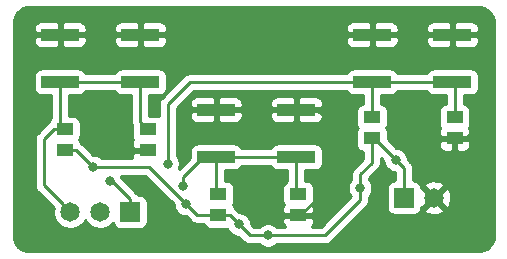
<source format=gbr>
G04 #@! TF.GenerationSoftware,KiCad,Pcbnew,(5.1.4)-1*
G04 #@! TF.CreationDate,2019-11-04T21:22:19-05:00*
G04 #@! TF.ProjectId,ButtonBoard,42757474-6f6e-4426-9f61-72642e6b6963,rev?*
G04 #@! TF.SameCoordinates,Original*
G04 #@! TF.FileFunction,Copper,L2,Bot*
G04 #@! TF.FilePolarity,Positive*
%FSLAX46Y46*%
G04 Gerber Fmt 4.6, Leading zero omitted, Abs format (unit mm)*
G04 Created by KiCad (PCBNEW (5.1.4)-1) date 2019-11-04 21:22:20*
%MOMM*%
%LPD*%
G04 APERTURE LIST*
%ADD10R,1.400000X1.016000*%
%ADD11R,1.397000X1.016000*%
%ADD12R,3.200000X1.000000*%
%ADD13R,1.651000X1.651000*%
%ADD14C,1.651000*%
%ADD15C,0.800000*%
%ADD16C,0.250000*%
%ADD17C,0.254000*%
G04 APERTURE END LIST*
D10*
X4000000Y-7779000D03*
X4000000Y-6000000D03*
X16750000Y-13279000D03*
X16750000Y-11500000D03*
X30000000Y-5000000D03*
X30000000Y-6779000D03*
D11*
X-3000000Y-6000000D03*
X-3000000Y-7778000D03*
X10000000Y-13278000D03*
X10000000Y-11500000D03*
X23000000Y-5000000D03*
X23000000Y-6778000D03*
D12*
X3400000Y2000000D03*
X3400000Y-2000000D03*
X-3400000Y-2000000D03*
X-3400000Y2000000D03*
X9808000Y-4350000D03*
X9808000Y-8350000D03*
X16608000Y-8350000D03*
X16608000Y-4350000D03*
X29816000Y2000000D03*
X29816000Y-2000000D03*
X23016000Y-2000000D03*
X23016000Y2000000D03*
D13*
X25730000Y-11800000D03*
D14*
X28270000Y-11800000D03*
X-2540000Y-13000000D03*
X0Y-13000000D03*
D13*
X2540000Y-13000000D03*
D15*
X2000000Y-7400000D03*
X13200000Y-6400000D03*
X16400000Y2200000D03*
X8650000Y-550000D03*
X26450000Y2250000D03*
X32950000Y-3850000D03*
X50000Y2250000D03*
X7000000Y-10800038D03*
X800000Y-10400000D03*
X5708104Y-8906904D03*
X-600000Y-9200000D03*
X7263499Y-12336501D03*
X25006250Y-8593750D03*
X22000000Y-11000000D03*
X14200000Y-15000000D03*
X11735250Y-14064750D03*
D16*
X-3400000Y2000000D02*
X3400000Y2000000D01*
X11658000Y-4350000D02*
X16608000Y-4350000D01*
X9808000Y-4350000D02*
X11658000Y-4350000D01*
X24116000Y2000000D02*
X29816000Y2000000D01*
X23016000Y2000000D02*
X24116000Y2000000D01*
X18350000Y-4350000D02*
X16608000Y-4350000D01*
X20000000Y-6000000D02*
X18350000Y-4350000D01*
X20000000Y-10221000D02*
X20000000Y-6000000D01*
X16750000Y-13279000D02*
X16942000Y-13279000D01*
X16942000Y-13279000D02*
X20000000Y-10221000D01*
X30000000Y-10070000D02*
X30000000Y-6779000D01*
X28270000Y-11800000D02*
X30000000Y-10070000D01*
X32000000Y2000000D02*
X29816000Y2000000D01*
X33000000Y1000000D02*
X32000000Y2000000D01*
X33000000Y-4729000D02*
X33000000Y1000000D01*
X30000000Y-6779000D02*
X30950000Y-6779000D01*
X30950000Y-6779000D02*
X33000000Y-4729000D01*
X3400000Y-5400000D02*
X4000000Y-6000000D01*
X3400000Y-2000000D02*
X3400000Y-5400000D01*
X-2300000Y-2000000D02*
X3400000Y-2000000D01*
X-3400000Y-2000000D02*
X-2300000Y-2000000D01*
X-3400000Y-5600000D02*
X-3000000Y-6000000D01*
X-3400000Y-2000000D02*
X-3400000Y-5600000D01*
X11658000Y-8350000D02*
X16608000Y-8350000D01*
X9808000Y-8350000D02*
X11658000Y-8350000D01*
X9808000Y-11308000D02*
X10000000Y-11500000D01*
X9808000Y-8350000D02*
X9808000Y-11308000D01*
X16608000Y-11358000D02*
X16750000Y-11500000D01*
X16608000Y-8350000D02*
X16608000Y-11358000D01*
X23016000Y-2000000D02*
X29816000Y-2000000D01*
X23000000Y-2016000D02*
X23016000Y-2000000D01*
X23000000Y-5000000D02*
X23000000Y-2016000D01*
X30000000Y-2184000D02*
X29816000Y-2000000D01*
X30000000Y-5000000D02*
X30000000Y-2184000D01*
X-3365499Y-12174501D02*
X-2540000Y-13000000D01*
X-4800000Y-10740000D02*
X-3365499Y-12174501D01*
X-4800000Y-6851500D02*
X-4800000Y-10740000D01*
X-3000000Y-6000000D02*
X-3948500Y-6000000D01*
X-3948500Y-6000000D02*
X-4800000Y-6851500D01*
X7000000Y-10058000D02*
X7000000Y-10234353D01*
X9808000Y-8350000D02*
X8708000Y-8350000D01*
X8708000Y-8350000D02*
X7000000Y-10058000D01*
X7000000Y-10234353D02*
X7000000Y-10800038D01*
X2540000Y-11924500D02*
X1015500Y-10400000D01*
X1015500Y-10400000D02*
X800000Y-10400000D01*
X2540000Y-13000000D02*
X2540000Y-11924500D01*
X7600000Y-2000000D02*
X5708104Y-3891896D01*
X5708104Y-8341219D02*
X5708104Y-8906904D01*
X5708104Y-3891896D02*
X5708104Y-8341219D01*
X23016000Y-2000000D02*
X7600000Y-2000000D01*
X23000000Y-8822002D02*
X22000000Y-9822002D01*
X23000000Y-6778000D02*
X23000000Y-8822002D01*
X22000000Y-9822002D02*
X22000000Y-11000000D01*
X22000000Y-12000000D02*
X19000000Y-15000000D01*
X10948500Y-13278000D02*
X10000000Y-13278000D01*
X12670500Y-15000000D02*
X11735250Y-14064750D01*
X19000000Y-15000000D02*
X14200000Y-15000000D01*
X23190500Y-6778000D02*
X23000000Y-6778000D01*
X25730000Y-11800000D02*
X25730000Y-9317500D01*
X25730000Y-9317500D02*
X25006250Y-8593750D01*
X-629500Y-9200000D02*
X-600000Y-9200000D01*
X8204998Y-13278000D02*
X9051500Y-13278000D01*
X-3000000Y-7778000D02*
X-2051500Y-7778000D01*
X-2051500Y-7778000D02*
X-629500Y-9200000D01*
X9051500Y-13278000D02*
X10000000Y-13278000D01*
X-600000Y-9200000D02*
X4126998Y-9200000D01*
X4126998Y-9200000D02*
X7263499Y-12336501D01*
X7263499Y-12336501D02*
X8204998Y-13278000D01*
X25006250Y-8593750D02*
X23190500Y-6778000D01*
X22000000Y-11000000D02*
X22000000Y-12000000D01*
X14200000Y-15000000D02*
X12670500Y-15000000D01*
X11735250Y-14064750D02*
X10948500Y-13278000D01*
D17*
G36*
X32259659Y4311375D02*
G01*
X32509429Y4235965D01*
X32739792Y4113478D01*
X32941980Y3948578D01*
X33108286Y3747550D01*
X33232378Y3518046D01*
X33309531Y3268805D01*
X33340000Y2978911D01*
X33340001Y-14967711D01*
X33311375Y-15259660D01*
X33235965Y-15509429D01*
X33113477Y-15739794D01*
X32948579Y-15941979D01*
X32747546Y-16108288D01*
X32518046Y-16232378D01*
X32268805Y-16309531D01*
X31978911Y-16340000D01*
X-5967721Y-16340000D01*
X-6259660Y-16311375D01*
X-6509429Y-16235965D01*
X-6739794Y-16113477D01*
X-6941979Y-15948579D01*
X-7108288Y-15747546D01*
X-7232378Y-15518046D01*
X-7309531Y-15268805D01*
X-7340000Y-14978911D01*
X-7340000Y-1500000D01*
X-5638072Y-1500000D01*
X-5638072Y-2500000D01*
X-5625812Y-2624482D01*
X-5589502Y-2744180D01*
X-5530537Y-2854494D01*
X-5451185Y-2951185D01*
X-5354494Y-3030537D01*
X-5244180Y-3089502D01*
X-5124482Y-3125812D01*
X-5000000Y-3138072D01*
X-4160000Y-3138072D01*
X-4159999Y-5053383D01*
X-4229037Y-5137506D01*
X-4288002Y-5247820D01*
X-4314031Y-5333626D01*
X-4372776Y-5365026D01*
X-4488501Y-5459999D01*
X-4512299Y-5488997D01*
X-5310998Y-6287697D01*
X-5340001Y-6311499D01*
X-5382822Y-6363677D01*
X-5434974Y-6427224D01*
X-5466259Y-6485754D01*
X-5505546Y-6559254D01*
X-5549003Y-6702515D01*
X-5560000Y-6814168D01*
X-5560000Y-6814178D01*
X-5563676Y-6851500D01*
X-5560000Y-6888823D01*
X-5559999Y-10702668D01*
X-5563676Y-10740000D01*
X-5559999Y-10777333D01*
X-5549002Y-10888986D01*
X-5535820Y-10932442D01*
X-5505546Y-11032246D01*
X-5434974Y-11164276D01*
X-5375845Y-11236324D01*
X-5340000Y-11280001D01*
X-5311002Y-11303799D01*
X-3960374Y-12654428D01*
X-4000500Y-12856153D01*
X-4000500Y-13143847D01*
X-3944374Y-13426012D01*
X-3834279Y-13691806D01*
X-3674445Y-13931015D01*
X-3471015Y-14134445D01*
X-3231806Y-14294279D01*
X-2966012Y-14404374D01*
X-2683847Y-14460500D01*
X-2396153Y-14460500D01*
X-2113988Y-14404374D01*
X-1848194Y-14294279D01*
X-1608985Y-14134445D01*
X-1405555Y-13931015D01*
X-1270000Y-13728142D01*
X-1134445Y-13931015D01*
X-931015Y-14134445D01*
X-691806Y-14294279D01*
X-426012Y-14404374D01*
X-143847Y-14460500D01*
X143847Y-14460500D01*
X426012Y-14404374D01*
X691806Y-14294279D01*
X931015Y-14134445D01*
X1094923Y-13970537D01*
X1124998Y-14069680D01*
X1183963Y-14179994D01*
X1263315Y-14276685D01*
X1360006Y-14356037D01*
X1470320Y-14415002D01*
X1590018Y-14451312D01*
X1714500Y-14463572D01*
X3365500Y-14463572D01*
X3489982Y-14451312D01*
X3609680Y-14415002D01*
X3719994Y-14356037D01*
X3816685Y-14276685D01*
X3896037Y-14179994D01*
X3955002Y-14069680D01*
X3991312Y-13949982D01*
X4003572Y-13825500D01*
X4003572Y-12174500D01*
X3991312Y-12050018D01*
X3955002Y-11930320D01*
X3896037Y-11820006D01*
X3816685Y-11723315D01*
X3719994Y-11643963D01*
X3609680Y-11584998D01*
X3489982Y-11548688D01*
X3365500Y-11536428D01*
X3194326Y-11536428D01*
X3174974Y-11500224D01*
X3141809Y-11459812D01*
X3080001Y-11384499D01*
X3051003Y-11360701D01*
X1796920Y-10106619D01*
X1795226Y-10098102D01*
X1738022Y-9960000D01*
X3812197Y-9960000D01*
X6228499Y-12376303D01*
X6228499Y-12438440D01*
X6268273Y-12638399D01*
X6346294Y-12826757D01*
X6459562Y-12996275D01*
X6603725Y-13140438D01*
X6773243Y-13253706D01*
X6961601Y-13331727D01*
X7161560Y-13371501D01*
X7223697Y-13371501D01*
X7641198Y-13789002D01*
X7664997Y-13818001D01*
X7780722Y-13912974D01*
X7912751Y-13983546D01*
X8056012Y-14027003D01*
X8167665Y-14038000D01*
X8167673Y-14038000D01*
X8204998Y-14041676D01*
X8242323Y-14038000D01*
X8716178Y-14038000D01*
X8770963Y-14140494D01*
X8850315Y-14237185D01*
X8947006Y-14316537D01*
X9057320Y-14375502D01*
X9177018Y-14411812D01*
X9301500Y-14424072D01*
X10698500Y-14424072D01*
X10761250Y-14417892D01*
X10818045Y-14555006D01*
X10931313Y-14724524D01*
X11075476Y-14868687D01*
X11244994Y-14981955D01*
X11433352Y-15059976D01*
X11633311Y-15099750D01*
X11695448Y-15099750D01*
X12106701Y-15511003D01*
X12130499Y-15540001D01*
X12246224Y-15634974D01*
X12378253Y-15705546D01*
X12521514Y-15749003D01*
X12633167Y-15760000D01*
X12633176Y-15760000D01*
X12670499Y-15763676D01*
X12707822Y-15760000D01*
X13496289Y-15760000D01*
X13540226Y-15803937D01*
X13709744Y-15917205D01*
X13898102Y-15995226D01*
X14098061Y-16035000D01*
X14301939Y-16035000D01*
X14501898Y-15995226D01*
X14690256Y-15917205D01*
X14859774Y-15803937D01*
X14903711Y-15760000D01*
X18962678Y-15760000D01*
X19000000Y-15763676D01*
X19037322Y-15760000D01*
X19037333Y-15760000D01*
X19148986Y-15749003D01*
X19292247Y-15705546D01*
X19424276Y-15634974D01*
X19540001Y-15540001D01*
X19563804Y-15510997D01*
X22511003Y-12563799D01*
X22540001Y-12540001D01*
X22634974Y-12424276D01*
X22705546Y-12292247D01*
X22749003Y-12148986D01*
X22760000Y-12037333D01*
X22760000Y-12037325D01*
X22763676Y-12000000D01*
X22760000Y-11962675D01*
X22760000Y-11703711D01*
X22803937Y-11659774D01*
X22917205Y-11490256D01*
X22995226Y-11301898D01*
X23035000Y-11101939D01*
X23035000Y-10898061D01*
X22995226Y-10698102D01*
X22917205Y-10509744D01*
X22803937Y-10340226D01*
X22760000Y-10296289D01*
X22760000Y-10136803D01*
X23511003Y-9385801D01*
X23540001Y-9362003D01*
X23634974Y-9246278D01*
X23705546Y-9114249D01*
X23749003Y-8970988D01*
X23760000Y-8859335D01*
X23763677Y-8822002D01*
X23760000Y-8784669D01*
X23760000Y-8422302D01*
X23971250Y-8633552D01*
X23971250Y-8695689D01*
X24011024Y-8895648D01*
X24089045Y-9084006D01*
X24202313Y-9253524D01*
X24346476Y-9397687D01*
X24515994Y-9510955D01*
X24704352Y-9588976D01*
X24904311Y-9628750D01*
X24966448Y-9628750D01*
X24970001Y-9632303D01*
X24970001Y-10336428D01*
X24904500Y-10336428D01*
X24780018Y-10348688D01*
X24660320Y-10384998D01*
X24550006Y-10443963D01*
X24453315Y-10523315D01*
X24373963Y-10620006D01*
X24314998Y-10730320D01*
X24278688Y-10850018D01*
X24266428Y-10974500D01*
X24266428Y-12625500D01*
X24278688Y-12749982D01*
X24314998Y-12869680D01*
X24373963Y-12979994D01*
X24453315Y-13076685D01*
X24550006Y-13156037D01*
X24660320Y-13215002D01*
X24780018Y-13251312D01*
X24904500Y-13263572D01*
X26555500Y-13263572D01*
X26679982Y-13251312D01*
X26799680Y-13215002D01*
X26909994Y-13156037D01*
X27006685Y-13076685D01*
X27086037Y-12979994D01*
X27145002Y-12869680D01*
X27162829Y-12810909D01*
X27438696Y-12810909D01*
X27513367Y-13057481D01*
X27773228Y-13180931D01*
X28052180Y-13251313D01*
X28339502Y-13265921D01*
X28624154Y-13224194D01*
X28895196Y-13127737D01*
X29026633Y-13057481D01*
X29101304Y-12810909D01*
X28270000Y-11979605D01*
X27438696Y-12810909D01*
X27162829Y-12810909D01*
X27181312Y-12749982D01*
X27193572Y-12625500D01*
X27193572Y-12611462D01*
X27259091Y-12631304D01*
X28090395Y-11800000D01*
X28449605Y-11800000D01*
X29280909Y-12631304D01*
X29527481Y-12556633D01*
X29650931Y-12296772D01*
X29721313Y-12017820D01*
X29735921Y-11730498D01*
X29694194Y-11445846D01*
X29597737Y-11174804D01*
X29527481Y-11043367D01*
X29280909Y-10968696D01*
X28449605Y-11800000D01*
X28090395Y-11800000D01*
X27259091Y-10968696D01*
X27193572Y-10988538D01*
X27193572Y-10974500D01*
X27181312Y-10850018D01*
X27162830Y-10789091D01*
X27438696Y-10789091D01*
X28270000Y-11620395D01*
X29101304Y-10789091D01*
X29026633Y-10542519D01*
X28766772Y-10419069D01*
X28487820Y-10348687D01*
X28200498Y-10334079D01*
X27915846Y-10375806D01*
X27644804Y-10472263D01*
X27513367Y-10542519D01*
X27438696Y-10789091D01*
X27162830Y-10789091D01*
X27145002Y-10730320D01*
X27086037Y-10620006D01*
X27006685Y-10523315D01*
X26909994Y-10443963D01*
X26799680Y-10384998D01*
X26679982Y-10348688D01*
X26555500Y-10336428D01*
X26490000Y-10336428D01*
X26490000Y-9354822D01*
X26493676Y-9317499D01*
X26490000Y-9280176D01*
X26490000Y-9280167D01*
X26479003Y-9168514D01*
X26435546Y-9025253D01*
X26431683Y-9018026D01*
X26364974Y-8893223D01*
X26293799Y-8806497D01*
X26270001Y-8777499D01*
X26241002Y-8753701D01*
X26041250Y-8553948D01*
X26041250Y-8491811D01*
X26001476Y-8291852D01*
X25923455Y-8103494D01*
X25810187Y-7933976D01*
X25666024Y-7789813D01*
X25496506Y-7676545D01*
X25308148Y-7598524D01*
X25108189Y-7558750D01*
X25046052Y-7558750D01*
X24774302Y-7287000D01*
X28661928Y-7287000D01*
X28674188Y-7411482D01*
X28710498Y-7531180D01*
X28769463Y-7641494D01*
X28848815Y-7738185D01*
X28945506Y-7817537D01*
X29055820Y-7876502D01*
X29175518Y-7912812D01*
X29300000Y-7925072D01*
X29714250Y-7922000D01*
X29873000Y-7763250D01*
X29873000Y-6906000D01*
X30127000Y-6906000D01*
X30127000Y-7763250D01*
X30285750Y-7922000D01*
X30700000Y-7925072D01*
X30824482Y-7912812D01*
X30944180Y-7876502D01*
X31054494Y-7817537D01*
X31151185Y-7738185D01*
X31230537Y-7641494D01*
X31289502Y-7531180D01*
X31325812Y-7411482D01*
X31338072Y-7287000D01*
X31335000Y-7064750D01*
X31176250Y-6906000D01*
X30127000Y-6906000D01*
X29873000Y-6906000D01*
X28823750Y-6906000D01*
X28665000Y-7064750D01*
X28661928Y-7287000D01*
X24774302Y-7287000D01*
X24336572Y-6849271D01*
X24336572Y-6270000D01*
X24324312Y-6145518D01*
X24288002Y-6025820D01*
X24229037Y-5915506D01*
X24207284Y-5889000D01*
X24229037Y-5862494D01*
X24288002Y-5752180D01*
X24324312Y-5632482D01*
X24336572Y-5508000D01*
X24336572Y-4492000D01*
X24324312Y-4367518D01*
X24288002Y-4247820D01*
X24229037Y-4137506D01*
X24149685Y-4040815D01*
X24052994Y-3961463D01*
X23942680Y-3902498D01*
X23822982Y-3866188D01*
X23760000Y-3859985D01*
X23760000Y-3138072D01*
X24616000Y-3138072D01*
X24740482Y-3125812D01*
X24860180Y-3089502D01*
X24970494Y-3030537D01*
X25067185Y-2951185D01*
X25146537Y-2854494D01*
X25197046Y-2760000D01*
X27634954Y-2760000D01*
X27685463Y-2854494D01*
X27764815Y-2951185D01*
X27861506Y-3030537D01*
X27971820Y-3089502D01*
X28091518Y-3125812D01*
X28216000Y-3138072D01*
X29240001Y-3138072D01*
X29240000Y-3859837D01*
X29175518Y-3866188D01*
X29055820Y-3902498D01*
X28945506Y-3961463D01*
X28848815Y-4040815D01*
X28769463Y-4137506D01*
X28710498Y-4247820D01*
X28674188Y-4367518D01*
X28661928Y-4492000D01*
X28661928Y-5508000D01*
X28674188Y-5632482D01*
X28710498Y-5752180D01*
X28769463Y-5862494D01*
X28791626Y-5889500D01*
X28769463Y-5916506D01*
X28710498Y-6026820D01*
X28674188Y-6146518D01*
X28661928Y-6271000D01*
X28665000Y-6493250D01*
X28823750Y-6652000D01*
X29873000Y-6652000D01*
X29873000Y-6632000D01*
X30127000Y-6632000D01*
X30127000Y-6652000D01*
X31176250Y-6652000D01*
X31335000Y-6493250D01*
X31338072Y-6271000D01*
X31325812Y-6146518D01*
X31289502Y-6026820D01*
X31230537Y-5916506D01*
X31208374Y-5889500D01*
X31230537Y-5862494D01*
X31289502Y-5752180D01*
X31325812Y-5632482D01*
X31338072Y-5508000D01*
X31338072Y-4492000D01*
X31325812Y-4367518D01*
X31289502Y-4247820D01*
X31230537Y-4137506D01*
X31151185Y-4040815D01*
X31054494Y-3961463D01*
X30944180Y-3902498D01*
X30824482Y-3866188D01*
X30760000Y-3859837D01*
X30760000Y-3138072D01*
X31416000Y-3138072D01*
X31540482Y-3125812D01*
X31660180Y-3089502D01*
X31770494Y-3030537D01*
X31867185Y-2951185D01*
X31946537Y-2854494D01*
X32005502Y-2744180D01*
X32041812Y-2624482D01*
X32054072Y-2500000D01*
X32054072Y-1500000D01*
X32041812Y-1375518D01*
X32005502Y-1255820D01*
X31946537Y-1145506D01*
X31867185Y-1048815D01*
X31770494Y-969463D01*
X31660180Y-910498D01*
X31540482Y-874188D01*
X31416000Y-861928D01*
X28216000Y-861928D01*
X28091518Y-874188D01*
X27971820Y-910498D01*
X27861506Y-969463D01*
X27764815Y-1048815D01*
X27685463Y-1145506D01*
X27634954Y-1240000D01*
X25197046Y-1240000D01*
X25146537Y-1145506D01*
X25067185Y-1048815D01*
X24970494Y-969463D01*
X24860180Y-910498D01*
X24740482Y-874188D01*
X24616000Y-861928D01*
X21416000Y-861928D01*
X21291518Y-874188D01*
X21171820Y-910498D01*
X21061506Y-969463D01*
X20964815Y-1048815D01*
X20885463Y-1145506D01*
X20834954Y-1240000D01*
X7637322Y-1240000D01*
X7600000Y-1236324D01*
X7562677Y-1240000D01*
X7562667Y-1240000D01*
X7451014Y-1250997D01*
X7307753Y-1294454D01*
X7175723Y-1365026D01*
X7108344Y-1420323D01*
X7059999Y-1459999D01*
X7036201Y-1488997D01*
X5197107Y-3328092D01*
X5168103Y-3351895D01*
X5129597Y-3398815D01*
X5073130Y-3467620D01*
X5058225Y-3495506D01*
X5002558Y-3599650D01*
X4959101Y-3742911D01*
X4948104Y-3854564D01*
X4948104Y-3854574D01*
X4944428Y-3891896D01*
X4948104Y-3929219D01*
X4948104Y-4904596D01*
X4944180Y-4902498D01*
X4824482Y-4866188D01*
X4700000Y-4853928D01*
X4160000Y-4853928D01*
X4160000Y-3138072D01*
X5000000Y-3138072D01*
X5124482Y-3125812D01*
X5244180Y-3089502D01*
X5354494Y-3030537D01*
X5451185Y-2951185D01*
X5530537Y-2854494D01*
X5589502Y-2744180D01*
X5625812Y-2624482D01*
X5638072Y-2500000D01*
X5638072Y-1500000D01*
X5625812Y-1375518D01*
X5589502Y-1255820D01*
X5530537Y-1145506D01*
X5451185Y-1048815D01*
X5354494Y-969463D01*
X5244180Y-910498D01*
X5124482Y-874188D01*
X5000000Y-861928D01*
X1800000Y-861928D01*
X1675518Y-874188D01*
X1555820Y-910498D01*
X1445506Y-969463D01*
X1348815Y-1048815D01*
X1269463Y-1145506D01*
X1218954Y-1240000D01*
X-1218954Y-1240000D01*
X-1269463Y-1145506D01*
X-1348815Y-1048815D01*
X-1445506Y-969463D01*
X-1555820Y-910498D01*
X-1675518Y-874188D01*
X-1800000Y-861928D01*
X-5000000Y-861928D01*
X-5124482Y-874188D01*
X-5244180Y-910498D01*
X-5354494Y-969463D01*
X-5451185Y-1048815D01*
X-5530537Y-1145506D01*
X-5589502Y-1255820D01*
X-5625812Y-1375518D01*
X-5638072Y-1500000D01*
X-7340000Y-1500000D01*
X-7340000Y1500000D01*
X-5638072Y1500000D01*
X-5625812Y1375518D01*
X-5589502Y1255820D01*
X-5530537Y1145506D01*
X-5451185Y1048815D01*
X-5354494Y969463D01*
X-5244180Y910498D01*
X-5124482Y874188D01*
X-5000000Y861928D01*
X-3685750Y865000D01*
X-3527000Y1023750D01*
X-3527000Y1873000D01*
X-3273000Y1873000D01*
X-3273000Y1023750D01*
X-3114250Y865000D01*
X-1800000Y861928D01*
X-1675518Y874188D01*
X-1555820Y910498D01*
X-1445506Y969463D01*
X-1348815Y1048815D01*
X-1269463Y1145506D01*
X-1210498Y1255820D01*
X-1174188Y1375518D01*
X-1161928Y1500000D01*
X1161928Y1500000D01*
X1174188Y1375518D01*
X1210498Y1255820D01*
X1269463Y1145506D01*
X1348815Y1048815D01*
X1445506Y969463D01*
X1555820Y910498D01*
X1675518Y874188D01*
X1800000Y861928D01*
X3114250Y865000D01*
X3273000Y1023750D01*
X3273000Y1873000D01*
X3527000Y1873000D01*
X3527000Y1023750D01*
X3685750Y865000D01*
X5000000Y861928D01*
X5124482Y874188D01*
X5244180Y910498D01*
X5354494Y969463D01*
X5451185Y1048815D01*
X5530537Y1145506D01*
X5589502Y1255820D01*
X5625812Y1375518D01*
X5638072Y1500000D01*
X20777928Y1500000D01*
X20790188Y1375518D01*
X20826498Y1255820D01*
X20885463Y1145506D01*
X20964815Y1048815D01*
X21061506Y969463D01*
X21171820Y910498D01*
X21291518Y874188D01*
X21416000Y861928D01*
X22730250Y865000D01*
X22889000Y1023750D01*
X22889000Y1873000D01*
X23143000Y1873000D01*
X23143000Y1023750D01*
X23301750Y865000D01*
X24616000Y861928D01*
X24740482Y874188D01*
X24860180Y910498D01*
X24970494Y969463D01*
X25067185Y1048815D01*
X25146537Y1145506D01*
X25205502Y1255820D01*
X25241812Y1375518D01*
X25254072Y1500000D01*
X27577928Y1500000D01*
X27590188Y1375518D01*
X27626498Y1255820D01*
X27685463Y1145506D01*
X27764815Y1048815D01*
X27861506Y969463D01*
X27971820Y910498D01*
X28091518Y874188D01*
X28216000Y861928D01*
X29530250Y865000D01*
X29689000Y1023750D01*
X29689000Y1873000D01*
X29943000Y1873000D01*
X29943000Y1023750D01*
X30101750Y865000D01*
X31416000Y861928D01*
X31540482Y874188D01*
X31660180Y910498D01*
X31770494Y969463D01*
X31867185Y1048815D01*
X31946537Y1145506D01*
X32005502Y1255820D01*
X32041812Y1375518D01*
X32054072Y1500000D01*
X32051000Y1714250D01*
X31892250Y1873000D01*
X29943000Y1873000D01*
X29689000Y1873000D01*
X27739750Y1873000D01*
X27581000Y1714250D01*
X27577928Y1500000D01*
X25254072Y1500000D01*
X25251000Y1714250D01*
X25092250Y1873000D01*
X23143000Y1873000D01*
X22889000Y1873000D01*
X20939750Y1873000D01*
X20781000Y1714250D01*
X20777928Y1500000D01*
X5638072Y1500000D01*
X5635000Y1714250D01*
X5476250Y1873000D01*
X3527000Y1873000D01*
X3273000Y1873000D01*
X1323750Y1873000D01*
X1165000Y1714250D01*
X1161928Y1500000D01*
X-1161928Y1500000D01*
X-1165000Y1714250D01*
X-1323750Y1873000D01*
X-3273000Y1873000D01*
X-3527000Y1873000D01*
X-5476250Y1873000D01*
X-5635000Y1714250D01*
X-5638072Y1500000D01*
X-7340000Y1500000D01*
X-7340000Y2500000D01*
X-5638072Y2500000D01*
X-5635000Y2285750D01*
X-5476250Y2127000D01*
X-3527000Y2127000D01*
X-3527000Y2976250D01*
X-3273000Y2976250D01*
X-3273000Y2127000D01*
X-1323750Y2127000D01*
X-1165000Y2285750D01*
X-1161928Y2500000D01*
X1161928Y2500000D01*
X1165000Y2285750D01*
X1323750Y2127000D01*
X3273000Y2127000D01*
X3273000Y2976250D01*
X3527000Y2976250D01*
X3527000Y2127000D01*
X5476250Y2127000D01*
X5635000Y2285750D01*
X5638072Y2500000D01*
X20777928Y2500000D01*
X20781000Y2285750D01*
X20939750Y2127000D01*
X22889000Y2127000D01*
X22889000Y2976250D01*
X23143000Y2976250D01*
X23143000Y2127000D01*
X25092250Y2127000D01*
X25251000Y2285750D01*
X25254072Y2500000D01*
X27577928Y2500000D01*
X27581000Y2285750D01*
X27739750Y2127000D01*
X29689000Y2127000D01*
X29689000Y2976250D01*
X29943000Y2976250D01*
X29943000Y2127000D01*
X31892250Y2127000D01*
X32051000Y2285750D01*
X32054072Y2500000D01*
X32041812Y2624482D01*
X32005502Y2744180D01*
X31946537Y2854494D01*
X31867185Y2951185D01*
X31770494Y3030537D01*
X31660180Y3089502D01*
X31540482Y3125812D01*
X31416000Y3138072D01*
X30101750Y3135000D01*
X29943000Y2976250D01*
X29689000Y2976250D01*
X29530250Y3135000D01*
X28216000Y3138072D01*
X28091518Y3125812D01*
X27971820Y3089502D01*
X27861506Y3030537D01*
X27764815Y2951185D01*
X27685463Y2854494D01*
X27626498Y2744180D01*
X27590188Y2624482D01*
X27577928Y2500000D01*
X25254072Y2500000D01*
X25241812Y2624482D01*
X25205502Y2744180D01*
X25146537Y2854494D01*
X25067185Y2951185D01*
X24970494Y3030537D01*
X24860180Y3089502D01*
X24740482Y3125812D01*
X24616000Y3138072D01*
X23301750Y3135000D01*
X23143000Y2976250D01*
X22889000Y2976250D01*
X22730250Y3135000D01*
X21416000Y3138072D01*
X21291518Y3125812D01*
X21171820Y3089502D01*
X21061506Y3030537D01*
X20964815Y2951185D01*
X20885463Y2854494D01*
X20826498Y2744180D01*
X20790188Y2624482D01*
X20777928Y2500000D01*
X5638072Y2500000D01*
X5625812Y2624482D01*
X5589502Y2744180D01*
X5530537Y2854494D01*
X5451185Y2951185D01*
X5354494Y3030537D01*
X5244180Y3089502D01*
X5124482Y3125812D01*
X5000000Y3138072D01*
X3685750Y3135000D01*
X3527000Y2976250D01*
X3273000Y2976250D01*
X3114250Y3135000D01*
X1800000Y3138072D01*
X1675518Y3125812D01*
X1555820Y3089502D01*
X1445506Y3030537D01*
X1348815Y2951185D01*
X1269463Y2854494D01*
X1210498Y2744180D01*
X1174188Y2624482D01*
X1161928Y2500000D01*
X-1161928Y2500000D01*
X-1174188Y2624482D01*
X-1210498Y2744180D01*
X-1269463Y2854494D01*
X-1348815Y2951185D01*
X-1445506Y3030537D01*
X-1555820Y3089502D01*
X-1675518Y3125812D01*
X-1800000Y3138072D01*
X-3114250Y3135000D01*
X-3273000Y2976250D01*
X-3527000Y2976250D01*
X-3685750Y3135000D01*
X-5000000Y3138072D01*
X-5124482Y3125812D01*
X-5244180Y3089502D01*
X-5354494Y3030537D01*
X-5451185Y2951185D01*
X-5530537Y2854494D01*
X-5589502Y2744180D01*
X-5625812Y2624482D01*
X-5638072Y2500000D01*
X-7340000Y2500000D01*
X-7340000Y2967721D01*
X-7311375Y3259659D01*
X-7235965Y3509429D01*
X-7113478Y3739792D01*
X-6948578Y3941980D01*
X-6747550Y4108286D01*
X-6518046Y4232378D01*
X-6268805Y4309531D01*
X-5978912Y4340000D01*
X31967721Y4340000D01*
X32259659Y4311375D01*
X32259659Y4311375D01*
G37*
X32259659Y4311375D02*
X32509429Y4235965D01*
X32739792Y4113478D01*
X32941980Y3948578D01*
X33108286Y3747550D01*
X33232378Y3518046D01*
X33309531Y3268805D01*
X33340000Y2978911D01*
X33340001Y-14967711D01*
X33311375Y-15259660D01*
X33235965Y-15509429D01*
X33113477Y-15739794D01*
X32948579Y-15941979D01*
X32747546Y-16108288D01*
X32518046Y-16232378D01*
X32268805Y-16309531D01*
X31978911Y-16340000D01*
X-5967721Y-16340000D01*
X-6259660Y-16311375D01*
X-6509429Y-16235965D01*
X-6739794Y-16113477D01*
X-6941979Y-15948579D01*
X-7108288Y-15747546D01*
X-7232378Y-15518046D01*
X-7309531Y-15268805D01*
X-7340000Y-14978911D01*
X-7340000Y-1500000D01*
X-5638072Y-1500000D01*
X-5638072Y-2500000D01*
X-5625812Y-2624482D01*
X-5589502Y-2744180D01*
X-5530537Y-2854494D01*
X-5451185Y-2951185D01*
X-5354494Y-3030537D01*
X-5244180Y-3089502D01*
X-5124482Y-3125812D01*
X-5000000Y-3138072D01*
X-4160000Y-3138072D01*
X-4159999Y-5053383D01*
X-4229037Y-5137506D01*
X-4288002Y-5247820D01*
X-4314031Y-5333626D01*
X-4372776Y-5365026D01*
X-4488501Y-5459999D01*
X-4512299Y-5488997D01*
X-5310998Y-6287697D01*
X-5340001Y-6311499D01*
X-5382822Y-6363677D01*
X-5434974Y-6427224D01*
X-5466259Y-6485754D01*
X-5505546Y-6559254D01*
X-5549003Y-6702515D01*
X-5560000Y-6814168D01*
X-5560000Y-6814178D01*
X-5563676Y-6851500D01*
X-5560000Y-6888823D01*
X-5559999Y-10702668D01*
X-5563676Y-10740000D01*
X-5559999Y-10777333D01*
X-5549002Y-10888986D01*
X-5535820Y-10932442D01*
X-5505546Y-11032246D01*
X-5434974Y-11164276D01*
X-5375845Y-11236324D01*
X-5340000Y-11280001D01*
X-5311002Y-11303799D01*
X-3960374Y-12654428D01*
X-4000500Y-12856153D01*
X-4000500Y-13143847D01*
X-3944374Y-13426012D01*
X-3834279Y-13691806D01*
X-3674445Y-13931015D01*
X-3471015Y-14134445D01*
X-3231806Y-14294279D01*
X-2966012Y-14404374D01*
X-2683847Y-14460500D01*
X-2396153Y-14460500D01*
X-2113988Y-14404374D01*
X-1848194Y-14294279D01*
X-1608985Y-14134445D01*
X-1405555Y-13931015D01*
X-1270000Y-13728142D01*
X-1134445Y-13931015D01*
X-931015Y-14134445D01*
X-691806Y-14294279D01*
X-426012Y-14404374D01*
X-143847Y-14460500D01*
X143847Y-14460500D01*
X426012Y-14404374D01*
X691806Y-14294279D01*
X931015Y-14134445D01*
X1094923Y-13970537D01*
X1124998Y-14069680D01*
X1183963Y-14179994D01*
X1263315Y-14276685D01*
X1360006Y-14356037D01*
X1470320Y-14415002D01*
X1590018Y-14451312D01*
X1714500Y-14463572D01*
X3365500Y-14463572D01*
X3489982Y-14451312D01*
X3609680Y-14415002D01*
X3719994Y-14356037D01*
X3816685Y-14276685D01*
X3896037Y-14179994D01*
X3955002Y-14069680D01*
X3991312Y-13949982D01*
X4003572Y-13825500D01*
X4003572Y-12174500D01*
X3991312Y-12050018D01*
X3955002Y-11930320D01*
X3896037Y-11820006D01*
X3816685Y-11723315D01*
X3719994Y-11643963D01*
X3609680Y-11584998D01*
X3489982Y-11548688D01*
X3365500Y-11536428D01*
X3194326Y-11536428D01*
X3174974Y-11500224D01*
X3141809Y-11459812D01*
X3080001Y-11384499D01*
X3051003Y-11360701D01*
X1796920Y-10106619D01*
X1795226Y-10098102D01*
X1738022Y-9960000D01*
X3812197Y-9960000D01*
X6228499Y-12376303D01*
X6228499Y-12438440D01*
X6268273Y-12638399D01*
X6346294Y-12826757D01*
X6459562Y-12996275D01*
X6603725Y-13140438D01*
X6773243Y-13253706D01*
X6961601Y-13331727D01*
X7161560Y-13371501D01*
X7223697Y-13371501D01*
X7641198Y-13789002D01*
X7664997Y-13818001D01*
X7780722Y-13912974D01*
X7912751Y-13983546D01*
X8056012Y-14027003D01*
X8167665Y-14038000D01*
X8167673Y-14038000D01*
X8204998Y-14041676D01*
X8242323Y-14038000D01*
X8716178Y-14038000D01*
X8770963Y-14140494D01*
X8850315Y-14237185D01*
X8947006Y-14316537D01*
X9057320Y-14375502D01*
X9177018Y-14411812D01*
X9301500Y-14424072D01*
X10698500Y-14424072D01*
X10761250Y-14417892D01*
X10818045Y-14555006D01*
X10931313Y-14724524D01*
X11075476Y-14868687D01*
X11244994Y-14981955D01*
X11433352Y-15059976D01*
X11633311Y-15099750D01*
X11695448Y-15099750D01*
X12106701Y-15511003D01*
X12130499Y-15540001D01*
X12246224Y-15634974D01*
X12378253Y-15705546D01*
X12521514Y-15749003D01*
X12633167Y-15760000D01*
X12633176Y-15760000D01*
X12670499Y-15763676D01*
X12707822Y-15760000D01*
X13496289Y-15760000D01*
X13540226Y-15803937D01*
X13709744Y-15917205D01*
X13898102Y-15995226D01*
X14098061Y-16035000D01*
X14301939Y-16035000D01*
X14501898Y-15995226D01*
X14690256Y-15917205D01*
X14859774Y-15803937D01*
X14903711Y-15760000D01*
X18962678Y-15760000D01*
X19000000Y-15763676D01*
X19037322Y-15760000D01*
X19037333Y-15760000D01*
X19148986Y-15749003D01*
X19292247Y-15705546D01*
X19424276Y-15634974D01*
X19540001Y-15540001D01*
X19563804Y-15510997D01*
X22511003Y-12563799D01*
X22540001Y-12540001D01*
X22634974Y-12424276D01*
X22705546Y-12292247D01*
X22749003Y-12148986D01*
X22760000Y-12037333D01*
X22760000Y-12037325D01*
X22763676Y-12000000D01*
X22760000Y-11962675D01*
X22760000Y-11703711D01*
X22803937Y-11659774D01*
X22917205Y-11490256D01*
X22995226Y-11301898D01*
X23035000Y-11101939D01*
X23035000Y-10898061D01*
X22995226Y-10698102D01*
X22917205Y-10509744D01*
X22803937Y-10340226D01*
X22760000Y-10296289D01*
X22760000Y-10136803D01*
X23511003Y-9385801D01*
X23540001Y-9362003D01*
X23634974Y-9246278D01*
X23705546Y-9114249D01*
X23749003Y-8970988D01*
X23760000Y-8859335D01*
X23763677Y-8822002D01*
X23760000Y-8784669D01*
X23760000Y-8422302D01*
X23971250Y-8633552D01*
X23971250Y-8695689D01*
X24011024Y-8895648D01*
X24089045Y-9084006D01*
X24202313Y-9253524D01*
X24346476Y-9397687D01*
X24515994Y-9510955D01*
X24704352Y-9588976D01*
X24904311Y-9628750D01*
X24966448Y-9628750D01*
X24970001Y-9632303D01*
X24970001Y-10336428D01*
X24904500Y-10336428D01*
X24780018Y-10348688D01*
X24660320Y-10384998D01*
X24550006Y-10443963D01*
X24453315Y-10523315D01*
X24373963Y-10620006D01*
X24314998Y-10730320D01*
X24278688Y-10850018D01*
X24266428Y-10974500D01*
X24266428Y-12625500D01*
X24278688Y-12749982D01*
X24314998Y-12869680D01*
X24373963Y-12979994D01*
X24453315Y-13076685D01*
X24550006Y-13156037D01*
X24660320Y-13215002D01*
X24780018Y-13251312D01*
X24904500Y-13263572D01*
X26555500Y-13263572D01*
X26679982Y-13251312D01*
X26799680Y-13215002D01*
X26909994Y-13156037D01*
X27006685Y-13076685D01*
X27086037Y-12979994D01*
X27145002Y-12869680D01*
X27162829Y-12810909D01*
X27438696Y-12810909D01*
X27513367Y-13057481D01*
X27773228Y-13180931D01*
X28052180Y-13251313D01*
X28339502Y-13265921D01*
X28624154Y-13224194D01*
X28895196Y-13127737D01*
X29026633Y-13057481D01*
X29101304Y-12810909D01*
X28270000Y-11979605D01*
X27438696Y-12810909D01*
X27162829Y-12810909D01*
X27181312Y-12749982D01*
X27193572Y-12625500D01*
X27193572Y-12611462D01*
X27259091Y-12631304D01*
X28090395Y-11800000D01*
X28449605Y-11800000D01*
X29280909Y-12631304D01*
X29527481Y-12556633D01*
X29650931Y-12296772D01*
X29721313Y-12017820D01*
X29735921Y-11730498D01*
X29694194Y-11445846D01*
X29597737Y-11174804D01*
X29527481Y-11043367D01*
X29280909Y-10968696D01*
X28449605Y-11800000D01*
X28090395Y-11800000D01*
X27259091Y-10968696D01*
X27193572Y-10988538D01*
X27193572Y-10974500D01*
X27181312Y-10850018D01*
X27162830Y-10789091D01*
X27438696Y-10789091D01*
X28270000Y-11620395D01*
X29101304Y-10789091D01*
X29026633Y-10542519D01*
X28766772Y-10419069D01*
X28487820Y-10348687D01*
X28200498Y-10334079D01*
X27915846Y-10375806D01*
X27644804Y-10472263D01*
X27513367Y-10542519D01*
X27438696Y-10789091D01*
X27162830Y-10789091D01*
X27145002Y-10730320D01*
X27086037Y-10620006D01*
X27006685Y-10523315D01*
X26909994Y-10443963D01*
X26799680Y-10384998D01*
X26679982Y-10348688D01*
X26555500Y-10336428D01*
X26490000Y-10336428D01*
X26490000Y-9354822D01*
X26493676Y-9317499D01*
X26490000Y-9280176D01*
X26490000Y-9280167D01*
X26479003Y-9168514D01*
X26435546Y-9025253D01*
X26431683Y-9018026D01*
X26364974Y-8893223D01*
X26293799Y-8806497D01*
X26270001Y-8777499D01*
X26241002Y-8753701D01*
X26041250Y-8553948D01*
X26041250Y-8491811D01*
X26001476Y-8291852D01*
X25923455Y-8103494D01*
X25810187Y-7933976D01*
X25666024Y-7789813D01*
X25496506Y-7676545D01*
X25308148Y-7598524D01*
X25108189Y-7558750D01*
X25046052Y-7558750D01*
X24774302Y-7287000D01*
X28661928Y-7287000D01*
X28674188Y-7411482D01*
X28710498Y-7531180D01*
X28769463Y-7641494D01*
X28848815Y-7738185D01*
X28945506Y-7817537D01*
X29055820Y-7876502D01*
X29175518Y-7912812D01*
X29300000Y-7925072D01*
X29714250Y-7922000D01*
X29873000Y-7763250D01*
X29873000Y-6906000D01*
X30127000Y-6906000D01*
X30127000Y-7763250D01*
X30285750Y-7922000D01*
X30700000Y-7925072D01*
X30824482Y-7912812D01*
X30944180Y-7876502D01*
X31054494Y-7817537D01*
X31151185Y-7738185D01*
X31230537Y-7641494D01*
X31289502Y-7531180D01*
X31325812Y-7411482D01*
X31338072Y-7287000D01*
X31335000Y-7064750D01*
X31176250Y-6906000D01*
X30127000Y-6906000D01*
X29873000Y-6906000D01*
X28823750Y-6906000D01*
X28665000Y-7064750D01*
X28661928Y-7287000D01*
X24774302Y-7287000D01*
X24336572Y-6849271D01*
X24336572Y-6270000D01*
X24324312Y-6145518D01*
X24288002Y-6025820D01*
X24229037Y-5915506D01*
X24207284Y-5889000D01*
X24229037Y-5862494D01*
X24288002Y-5752180D01*
X24324312Y-5632482D01*
X24336572Y-5508000D01*
X24336572Y-4492000D01*
X24324312Y-4367518D01*
X24288002Y-4247820D01*
X24229037Y-4137506D01*
X24149685Y-4040815D01*
X24052994Y-3961463D01*
X23942680Y-3902498D01*
X23822982Y-3866188D01*
X23760000Y-3859985D01*
X23760000Y-3138072D01*
X24616000Y-3138072D01*
X24740482Y-3125812D01*
X24860180Y-3089502D01*
X24970494Y-3030537D01*
X25067185Y-2951185D01*
X25146537Y-2854494D01*
X25197046Y-2760000D01*
X27634954Y-2760000D01*
X27685463Y-2854494D01*
X27764815Y-2951185D01*
X27861506Y-3030537D01*
X27971820Y-3089502D01*
X28091518Y-3125812D01*
X28216000Y-3138072D01*
X29240001Y-3138072D01*
X29240000Y-3859837D01*
X29175518Y-3866188D01*
X29055820Y-3902498D01*
X28945506Y-3961463D01*
X28848815Y-4040815D01*
X28769463Y-4137506D01*
X28710498Y-4247820D01*
X28674188Y-4367518D01*
X28661928Y-4492000D01*
X28661928Y-5508000D01*
X28674188Y-5632482D01*
X28710498Y-5752180D01*
X28769463Y-5862494D01*
X28791626Y-5889500D01*
X28769463Y-5916506D01*
X28710498Y-6026820D01*
X28674188Y-6146518D01*
X28661928Y-6271000D01*
X28665000Y-6493250D01*
X28823750Y-6652000D01*
X29873000Y-6652000D01*
X29873000Y-6632000D01*
X30127000Y-6632000D01*
X30127000Y-6652000D01*
X31176250Y-6652000D01*
X31335000Y-6493250D01*
X31338072Y-6271000D01*
X31325812Y-6146518D01*
X31289502Y-6026820D01*
X31230537Y-5916506D01*
X31208374Y-5889500D01*
X31230537Y-5862494D01*
X31289502Y-5752180D01*
X31325812Y-5632482D01*
X31338072Y-5508000D01*
X31338072Y-4492000D01*
X31325812Y-4367518D01*
X31289502Y-4247820D01*
X31230537Y-4137506D01*
X31151185Y-4040815D01*
X31054494Y-3961463D01*
X30944180Y-3902498D01*
X30824482Y-3866188D01*
X30760000Y-3859837D01*
X30760000Y-3138072D01*
X31416000Y-3138072D01*
X31540482Y-3125812D01*
X31660180Y-3089502D01*
X31770494Y-3030537D01*
X31867185Y-2951185D01*
X31946537Y-2854494D01*
X32005502Y-2744180D01*
X32041812Y-2624482D01*
X32054072Y-2500000D01*
X32054072Y-1500000D01*
X32041812Y-1375518D01*
X32005502Y-1255820D01*
X31946537Y-1145506D01*
X31867185Y-1048815D01*
X31770494Y-969463D01*
X31660180Y-910498D01*
X31540482Y-874188D01*
X31416000Y-861928D01*
X28216000Y-861928D01*
X28091518Y-874188D01*
X27971820Y-910498D01*
X27861506Y-969463D01*
X27764815Y-1048815D01*
X27685463Y-1145506D01*
X27634954Y-1240000D01*
X25197046Y-1240000D01*
X25146537Y-1145506D01*
X25067185Y-1048815D01*
X24970494Y-969463D01*
X24860180Y-910498D01*
X24740482Y-874188D01*
X24616000Y-861928D01*
X21416000Y-861928D01*
X21291518Y-874188D01*
X21171820Y-910498D01*
X21061506Y-969463D01*
X20964815Y-1048815D01*
X20885463Y-1145506D01*
X20834954Y-1240000D01*
X7637322Y-1240000D01*
X7600000Y-1236324D01*
X7562677Y-1240000D01*
X7562667Y-1240000D01*
X7451014Y-1250997D01*
X7307753Y-1294454D01*
X7175723Y-1365026D01*
X7108344Y-1420323D01*
X7059999Y-1459999D01*
X7036201Y-1488997D01*
X5197107Y-3328092D01*
X5168103Y-3351895D01*
X5129597Y-3398815D01*
X5073130Y-3467620D01*
X5058225Y-3495506D01*
X5002558Y-3599650D01*
X4959101Y-3742911D01*
X4948104Y-3854564D01*
X4948104Y-3854574D01*
X4944428Y-3891896D01*
X4948104Y-3929219D01*
X4948104Y-4904596D01*
X4944180Y-4902498D01*
X4824482Y-4866188D01*
X4700000Y-4853928D01*
X4160000Y-4853928D01*
X4160000Y-3138072D01*
X5000000Y-3138072D01*
X5124482Y-3125812D01*
X5244180Y-3089502D01*
X5354494Y-3030537D01*
X5451185Y-2951185D01*
X5530537Y-2854494D01*
X5589502Y-2744180D01*
X5625812Y-2624482D01*
X5638072Y-2500000D01*
X5638072Y-1500000D01*
X5625812Y-1375518D01*
X5589502Y-1255820D01*
X5530537Y-1145506D01*
X5451185Y-1048815D01*
X5354494Y-969463D01*
X5244180Y-910498D01*
X5124482Y-874188D01*
X5000000Y-861928D01*
X1800000Y-861928D01*
X1675518Y-874188D01*
X1555820Y-910498D01*
X1445506Y-969463D01*
X1348815Y-1048815D01*
X1269463Y-1145506D01*
X1218954Y-1240000D01*
X-1218954Y-1240000D01*
X-1269463Y-1145506D01*
X-1348815Y-1048815D01*
X-1445506Y-969463D01*
X-1555820Y-910498D01*
X-1675518Y-874188D01*
X-1800000Y-861928D01*
X-5000000Y-861928D01*
X-5124482Y-874188D01*
X-5244180Y-910498D01*
X-5354494Y-969463D01*
X-5451185Y-1048815D01*
X-5530537Y-1145506D01*
X-5589502Y-1255820D01*
X-5625812Y-1375518D01*
X-5638072Y-1500000D01*
X-7340000Y-1500000D01*
X-7340000Y1500000D01*
X-5638072Y1500000D01*
X-5625812Y1375518D01*
X-5589502Y1255820D01*
X-5530537Y1145506D01*
X-5451185Y1048815D01*
X-5354494Y969463D01*
X-5244180Y910498D01*
X-5124482Y874188D01*
X-5000000Y861928D01*
X-3685750Y865000D01*
X-3527000Y1023750D01*
X-3527000Y1873000D01*
X-3273000Y1873000D01*
X-3273000Y1023750D01*
X-3114250Y865000D01*
X-1800000Y861928D01*
X-1675518Y874188D01*
X-1555820Y910498D01*
X-1445506Y969463D01*
X-1348815Y1048815D01*
X-1269463Y1145506D01*
X-1210498Y1255820D01*
X-1174188Y1375518D01*
X-1161928Y1500000D01*
X1161928Y1500000D01*
X1174188Y1375518D01*
X1210498Y1255820D01*
X1269463Y1145506D01*
X1348815Y1048815D01*
X1445506Y969463D01*
X1555820Y910498D01*
X1675518Y874188D01*
X1800000Y861928D01*
X3114250Y865000D01*
X3273000Y1023750D01*
X3273000Y1873000D01*
X3527000Y1873000D01*
X3527000Y1023750D01*
X3685750Y865000D01*
X5000000Y861928D01*
X5124482Y874188D01*
X5244180Y910498D01*
X5354494Y969463D01*
X5451185Y1048815D01*
X5530537Y1145506D01*
X5589502Y1255820D01*
X5625812Y1375518D01*
X5638072Y1500000D01*
X20777928Y1500000D01*
X20790188Y1375518D01*
X20826498Y1255820D01*
X20885463Y1145506D01*
X20964815Y1048815D01*
X21061506Y969463D01*
X21171820Y910498D01*
X21291518Y874188D01*
X21416000Y861928D01*
X22730250Y865000D01*
X22889000Y1023750D01*
X22889000Y1873000D01*
X23143000Y1873000D01*
X23143000Y1023750D01*
X23301750Y865000D01*
X24616000Y861928D01*
X24740482Y874188D01*
X24860180Y910498D01*
X24970494Y969463D01*
X25067185Y1048815D01*
X25146537Y1145506D01*
X25205502Y1255820D01*
X25241812Y1375518D01*
X25254072Y1500000D01*
X27577928Y1500000D01*
X27590188Y1375518D01*
X27626498Y1255820D01*
X27685463Y1145506D01*
X27764815Y1048815D01*
X27861506Y969463D01*
X27971820Y910498D01*
X28091518Y874188D01*
X28216000Y861928D01*
X29530250Y865000D01*
X29689000Y1023750D01*
X29689000Y1873000D01*
X29943000Y1873000D01*
X29943000Y1023750D01*
X30101750Y865000D01*
X31416000Y861928D01*
X31540482Y874188D01*
X31660180Y910498D01*
X31770494Y969463D01*
X31867185Y1048815D01*
X31946537Y1145506D01*
X32005502Y1255820D01*
X32041812Y1375518D01*
X32054072Y1500000D01*
X32051000Y1714250D01*
X31892250Y1873000D01*
X29943000Y1873000D01*
X29689000Y1873000D01*
X27739750Y1873000D01*
X27581000Y1714250D01*
X27577928Y1500000D01*
X25254072Y1500000D01*
X25251000Y1714250D01*
X25092250Y1873000D01*
X23143000Y1873000D01*
X22889000Y1873000D01*
X20939750Y1873000D01*
X20781000Y1714250D01*
X20777928Y1500000D01*
X5638072Y1500000D01*
X5635000Y1714250D01*
X5476250Y1873000D01*
X3527000Y1873000D01*
X3273000Y1873000D01*
X1323750Y1873000D01*
X1165000Y1714250D01*
X1161928Y1500000D01*
X-1161928Y1500000D01*
X-1165000Y1714250D01*
X-1323750Y1873000D01*
X-3273000Y1873000D01*
X-3527000Y1873000D01*
X-5476250Y1873000D01*
X-5635000Y1714250D01*
X-5638072Y1500000D01*
X-7340000Y1500000D01*
X-7340000Y2500000D01*
X-5638072Y2500000D01*
X-5635000Y2285750D01*
X-5476250Y2127000D01*
X-3527000Y2127000D01*
X-3527000Y2976250D01*
X-3273000Y2976250D01*
X-3273000Y2127000D01*
X-1323750Y2127000D01*
X-1165000Y2285750D01*
X-1161928Y2500000D01*
X1161928Y2500000D01*
X1165000Y2285750D01*
X1323750Y2127000D01*
X3273000Y2127000D01*
X3273000Y2976250D01*
X3527000Y2976250D01*
X3527000Y2127000D01*
X5476250Y2127000D01*
X5635000Y2285750D01*
X5638072Y2500000D01*
X20777928Y2500000D01*
X20781000Y2285750D01*
X20939750Y2127000D01*
X22889000Y2127000D01*
X22889000Y2976250D01*
X23143000Y2976250D01*
X23143000Y2127000D01*
X25092250Y2127000D01*
X25251000Y2285750D01*
X25254072Y2500000D01*
X27577928Y2500000D01*
X27581000Y2285750D01*
X27739750Y2127000D01*
X29689000Y2127000D01*
X29689000Y2976250D01*
X29943000Y2976250D01*
X29943000Y2127000D01*
X31892250Y2127000D01*
X32051000Y2285750D01*
X32054072Y2500000D01*
X32041812Y2624482D01*
X32005502Y2744180D01*
X31946537Y2854494D01*
X31867185Y2951185D01*
X31770494Y3030537D01*
X31660180Y3089502D01*
X31540482Y3125812D01*
X31416000Y3138072D01*
X30101750Y3135000D01*
X29943000Y2976250D01*
X29689000Y2976250D01*
X29530250Y3135000D01*
X28216000Y3138072D01*
X28091518Y3125812D01*
X27971820Y3089502D01*
X27861506Y3030537D01*
X27764815Y2951185D01*
X27685463Y2854494D01*
X27626498Y2744180D01*
X27590188Y2624482D01*
X27577928Y2500000D01*
X25254072Y2500000D01*
X25241812Y2624482D01*
X25205502Y2744180D01*
X25146537Y2854494D01*
X25067185Y2951185D01*
X24970494Y3030537D01*
X24860180Y3089502D01*
X24740482Y3125812D01*
X24616000Y3138072D01*
X23301750Y3135000D01*
X23143000Y2976250D01*
X22889000Y2976250D01*
X22730250Y3135000D01*
X21416000Y3138072D01*
X21291518Y3125812D01*
X21171820Y3089502D01*
X21061506Y3030537D01*
X20964815Y2951185D01*
X20885463Y2854494D01*
X20826498Y2744180D01*
X20790188Y2624482D01*
X20777928Y2500000D01*
X5638072Y2500000D01*
X5625812Y2624482D01*
X5589502Y2744180D01*
X5530537Y2854494D01*
X5451185Y2951185D01*
X5354494Y3030537D01*
X5244180Y3089502D01*
X5124482Y3125812D01*
X5000000Y3138072D01*
X3685750Y3135000D01*
X3527000Y2976250D01*
X3273000Y2976250D01*
X3114250Y3135000D01*
X1800000Y3138072D01*
X1675518Y3125812D01*
X1555820Y3089502D01*
X1445506Y3030537D01*
X1348815Y2951185D01*
X1269463Y2854494D01*
X1210498Y2744180D01*
X1174188Y2624482D01*
X1161928Y2500000D01*
X-1161928Y2500000D01*
X-1174188Y2624482D01*
X-1210498Y2744180D01*
X-1269463Y2854494D01*
X-1348815Y2951185D01*
X-1445506Y3030537D01*
X-1555820Y3089502D01*
X-1675518Y3125812D01*
X-1800000Y3138072D01*
X-3114250Y3135000D01*
X-3273000Y2976250D01*
X-3527000Y2976250D01*
X-3685750Y3135000D01*
X-5000000Y3138072D01*
X-5124482Y3125812D01*
X-5244180Y3089502D01*
X-5354494Y3030537D01*
X-5451185Y2951185D01*
X-5530537Y2854494D01*
X-5589502Y2744180D01*
X-5625812Y2624482D01*
X-5638072Y2500000D01*
X-7340000Y2500000D01*
X-7340000Y2967721D01*
X-7311375Y3259659D01*
X-7235965Y3509429D01*
X-7113478Y3739792D01*
X-6948578Y3941980D01*
X-6747550Y4108286D01*
X-6518046Y4232378D01*
X-6268805Y4309531D01*
X-5978912Y4340000D01*
X31967721Y4340000D01*
X32259659Y4311375D01*
G36*
X20885463Y-2854494D02*
G01*
X20964815Y-2951185D01*
X21061506Y-3030537D01*
X21171820Y-3089502D01*
X21291518Y-3125812D01*
X21416000Y-3138072D01*
X22240001Y-3138072D01*
X22240000Y-3859985D01*
X22177018Y-3866188D01*
X22057320Y-3902498D01*
X21947006Y-3961463D01*
X21850315Y-4040815D01*
X21770963Y-4137506D01*
X21711998Y-4247820D01*
X21675688Y-4367518D01*
X21663428Y-4492000D01*
X21663428Y-5508000D01*
X21675688Y-5632482D01*
X21711998Y-5752180D01*
X21770963Y-5862494D01*
X21792716Y-5889000D01*
X21770963Y-5915506D01*
X21711998Y-6025820D01*
X21675688Y-6145518D01*
X21663428Y-6270000D01*
X21663428Y-7286000D01*
X21675688Y-7410482D01*
X21711998Y-7530180D01*
X21770963Y-7640494D01*
X21850315Y-7737185D01*
X21947006Y-7816537D01*
X22057320Y-7875502D01*
X22177018Y-7911812D01*
X22240001Y-7918015D01*
X22240001Y-8507199D01*
X21489002Y-9258198D01*
X21459999Y-9282001D01*
X21405027Y-9348985D01*
X21365026Y-9397726D01*
X21318190Y-9485350D01*
X21294454Y-9529756D01*
X21250997Y-9673017D01*
X21240000Y-9784670D01*
X21240000Y-9784680D01*
X21236324Y-9822002D01*
X21240000Y-9859325D01*
X21240000Y-10296289D01*
X21196063Y-10340226D01*
X21082795Y-10509744D01*
X21004774Y-10698102D01*
X20965000Y-10898061D01*
X20965000Y-11101939D01*
X21004774Y-11301898D01*
X21082795Y-11490256D01*
X21196063Y-11659774D01*
X21230744Y-11694455D01*
X18685199Y-14240000D01*
X17898973Y-14240000D01*
X17901185Y-14238185D01*
X17980537Y-14141494D01*
X18039502Y-14031180D01*
X18075812Y-13911482D01*
X18088072Y-13787000D01*
X18085000Y-13564750D01*
X17926250Y-13406000D01*
X16877000Y-13406000D01*
X16877000Y-13426000D01*
X16623000Y-13426000D01*
X16623000Y-13406000D01*
X15573750Y-13406000D01*
X15415000Y-13564750D01*
X15411928Y-13787000D01*
X15424188Y-13911482D01*
X15460498Y-14031180D01*
X15519463Y-14141494D01*
X15598815Y-14238185D01*
X15601027Y-14240000D01*
X14903711Y-14240000D01*
X14859774Y-14196063D01*
X14690256Y-14082795D01*
X14501898Y-14004774D01*
X14301939Y-13965000D01*
X14098061Y-13965000D01*
X13898102Y-14004774D01*
X13709744Y-14082795D01*
X13540226Y-14196063D01*
X13496289Y-14240000D01*
X12985302Y-14240000D01*
X12770250Y-14024948D01*
X12770250Y-13962811D01*
X12730476Y-13762852D01*
X12652455Y-13574494D01*
X12539187Y-13404976D01*
X12395024Y-13260813D01*
X12225506Y-13147545D01*
X12037148Y-13069524D01*
X11837189Y-13029750D01*
X11775051Y-13029750D01*
X11512303Y-12767002D01*
X11488501Y-12737999D01*
X11372776Y-12643026D01*
X11314031Y-12611626D01*
X11288002Y-12525820D01*
X11229037Y-12415506D01*
X11207284Y-12389000D01*
X11229037Y-12362494D01*
X11288002Y-12252180D01*
X11324312Y-12132482D01*
X11336572Y-12008000D01*
X11336572Y-10992000D01*
X11324312Y-10867518D01*
X11288002Y-10747820D01*
X11229037Y-10637506D01*
X11149685Y-10540815D01*
X11052994Y-10461463D01*
X10942680Y-10402498D01*
X10822982Y-10366188D01*
X10698500Y-10353928D01*
X10568000Y-10353928D01*
X10568000Y-9488072D01*
X11408000Y-9488072D01*
X11532482Y-9475812D01*
X11652180Y-9439502D01*
X11762494Y-9380537D01*
X11859185Y-9301185D01*
X11938537Y-9204494D01*
X11989046Y-9110000D01*
X14426954Y-9110000D01*
X14477463Y-9204494D01*
X14556815Y-9301185D01*
X14653506Y-9380537D01*
X14763820Y-9439502D01*
X14883518Y-9475812D01*
X15008000Y-9488072D01*
X15848000Y-9488072D01*
X15848001Y-10389703D01*
X15805820Y-10402498D01*
X15695506Y-10461463D01*
X15598815Y-10540815D01*
X15519463Y-10637506D01*
X15460498Y-10747820D01*
X15424188Y-10867518D01*
X15411928Y-10992000D01*
X15411928Y-12008000D01*
X15424188Y-12132482D01*
X15460498Y-12252180D01*
X15519463Y-12362494D01*
X15541626Y-12389500D01*
X15519463Y-12416506D01*
X15460498Y-12526820D01*
X15424188Y-12646518D01*
X15411928Y-12771000D01*
X15415000Y-12993250D01*
X15573750Y-13152000D01*
X16623000Y-13152000D01*
X16623000Y-13132000D01*
X16877000Y-13132000D01*
X16877000Y-13152000D01*
X17926250Y-13152000D01*
X18085000Y-12993250D01*
X18088072Y-12771000D01*
X18075812Y-12646518D01*
X18039502Y-12526820D01*
X17980537Y-12416506D01*
X17958374Y-12389500D01*
X17980537Y-12362494D01*
X18039502Y-12252180D01*
X18075812Y-12132482D01*
X18088072Y-12008000D01*
X18088072Y-10992000D01*
X18075812Y-10867518D01*
X18039502Y-10747820D01*
X17980537Y-10637506D01*
X17901185Y-10540815D01*
X17804494Y-10461463D01*
X17694180Y-10402498D01*
X17574482Y-10366188D01*
X17450000Y-10353928D01*
X17368000Y-10353928D01*
X17368000Y-9488072D01*
X18208000Y-9488072D01*
X18332482Y-9475812D01*
X18452180Y-9439502D01*
X18562494Y-9380537D01*
X18659185Y-9301185D01*
X18738537Y-9204494D01*
X18797502Y-9094180D01*
X18833812Y-8974482D01*
X18846072Y-8850000D01*
X18846072Y-7850000D01*
X18833812Y-7725518D01*
X18797502Y-7605820D01*
X18738537Y-7495506D01*
X18659185Y-7398815D01*
X18562494Y-7319463D01*
X18452180Y-7260498D01*
X18332482Y-7224188D01*
X18208000Y-7211928D01*
X15008000Y-7211928D01*
X14883518Y-7224188D01*
X14763820Y-7260498D01*
X14653506Y-7319463D01*
X14556815Y-7398815D01*
X14477463Y-7495506D01*
X14426954Y-7590000D01*
X11989046Y-7590000D01*
X11938537Y-7495506D01*
X11859185Y-7398815D01*
X11762494Y-7319463D01*
X11652180Y-7260498D01*
X11532482Y-7224188D01*
X11408000Y-7211928D01*
X8208000Y-7211928D01*
X8083518Y-7224188D01*
X7963820Y-7260498D01*
X7853506Y-7319463D01*
X7756815Y-7398815D01*
X7677463Y-7495506D01*
X7618498Y-7605820D01*
X7582188Y-7725518D01*
X7569928Y-7850000D01*
X7569928Y-8413270D01*
X6653078Y-9330121D01*
X6703330Y-9208802D01*
X6743104Y-9008843D01*
X6743104Y-8804965D01*
X6703330Y-8605006D01*
X6625309Y-8416648D01*
X6512041Y-8247130D01*
X6468104Y-8203193D01*
X6468104Y-4850000D01*
X7569928Y-4850000D01*
X7582188Y-4974482D01*
X7618498Y-5094180D01*
X7677463Y-5204494D01*
X7756815Y-5301185D01*
X7853506Y-5380537D01*
X7963820Y-5439502D01*
X8083518Y-5475812D01*
X8208000Y-5488072D01*
X9522250Y-5485000D01*
X9681000Y-5326250D01*
X9681000Y-4477000D01*
X9935000Y-4477000D01*
X9935000Y-5326250D01*
X10093750Y-5485000D01*
X11408000Y-5488072D01*
X11532482Y-5475812D01*
X11652180Y-5439502D01*
X11762494Y-5380537D01*
X11859185Y-5301185D01*
X11938537Y-5204494D01*
X11997502Y-5094180D01*
X12033812Y-4974482D01*
X12046072Y-4850000D01*
X14369928Y-4850000D01*
X14382188Y-4974482D01*
X14418498Y-5094180D01*
X14477463Y-5204494D01*
X14556815Y-5301185D01*
X14653506Y-5380537D01*
X14763820Y-5439502D01*
X14883518Y-5475812D01*
X15008000Y-5488072D01*
X16322250Y-5485000D01*
X16481000Y-5326250D01*
X16481000Y-4477000D01*
X16735000Y-4477000D01*
X16735000Y-5326250D01*
X16893750Y-5485000D01*
X18208000Y-5488072D01*
X18332482Y-5475812D01*
X18452180Y-5439502D01*
X18562494Y-5380537D01*
X18659185Y-5301185D01*
X18738537Y-5204494D01*
X18797502Y-5094180D01*
X18833812Y-4974482D01*
X18846072Y-4850000D01*
X18843000Y-4635750D01*
X18684250Y-4477000D01*
X16735000Y-4477000D01*
X16481000Y-4477000D01*
X14531750Y-4477000D01*
X14373000Y-4635750D01*
X14369928Y-4850000D01*
X12046072Y-4850000D01*
X12043000Y-4635750D01*
X11884250Y-4477000D01*
X9935000Y-4477000D01*
X9681000Y-4477000D01*
X7731750Y-4477000D01*
X7573000Y-4635750D01*
X7569928Y-4850000D01*
X6468104Y-4850000D01*
X6468104Y-4206697D01*
X6824801Y-3850000D01*
X7569928Y-3850000D01*
X7573000Y-4064250D01*
X7731750Y-4223000D01*
X9681000Y-4223000D01*
X9681000Y-3373750D01*
X9935000Y-3373750D01*
X9935000Y-4223000D01*
X11884250Y-4223000D01*
X12043000Y-4064250D01*
X12046072Y-3850000D01*
X14369928Y-3850000D01*
X14373000Y-4064250D01*
X14531750Y-4223000D01*
X16481000Y-4223000D01*
X16481000Y-3373750D01*
X16735000Y-3373750D01*
X16735000Y-4223000D01*
X18684250Y-4223000D01*
X18843000Y-4064250D01*
X18846072Y-3850000D01*
X18833812Y-3725518D01*
X18797502Y-3605820D01*
X18738537Y-3495506D01*
X18659185Y-3398815D01*
X18562494Y-3319463D01*
X18452180Y-3260498D01*
X18332482Y-3224188D01*
X18208000Y-3211928D01*
X16893750Y-3215000D01*
X16735000Y-3373750D01*
X16481000Y-3373750D01*
X16322250Y-3215000D01*
X15008000Y-3211928D01*
X14883518Y-3224188D01*
X14763820Y-3260498D01*
X14653506Y-3319463D01*
X14556815Y-3398815D01*
X14477463Y-3495506D01*
X14418498Y-3605820D01*
X14382188Y-3725518D01*
X14369928Y-3850000D01*
X12046072Y-3850000D01*
X12033812Y-3725518D01*
X11997502Y-3605820D01*
X11938537Y-3495506D01*
X11859185Y-3398815D01*
X11762494Y-3319463D01*
X11652180Y-3260498D01*
X11532482Y-3224188D01*
X11408000Y-3211928D01*
X10093750Y-3215000D01*
X9935000Y-3373750D01*
X9681000Y-3373750D01*
X9522250Y-3215000D01*
X8208000Y-3211928D01*
X8083518Y-3224188D01*
X7963820Y-3260498D01*
X7853506Y-3319463D01*
X7756815Y-3398815D01*
X7677463Y-3495506D01*
X7618498Y-3605820D01*
X7582188Y-3725518D01*
X7569928Y-3850000D01*
X6824801Y-3850000D01*
X7914802Y-2760000D01*
X20834954Y-2760000D01*
X20885463Y-2854494D01*
X20885463Y-2854494D01*
G37*
X20885463Y-2854494D02*
X20964815Y-2951185D01*
X21061506Y-3030537D01*
X21171820Y-3089502D01*
X21291518Y-3125812D01*
X21416000Y-3138072D01*
X22240001Y-3138072D01*
X22240000Y-3859985D01*
X22177018Y-3866188D01*
X22057320Y-3902498D01*
X21947006Y-3961463D01*
X21850315Y-4040815D01*
X21770963Y-4137506D01*
X21711998Y-4247820D01*
X21675688Y-4367518D01*
X21663428Y-4492000D01*
X21663428Y-5508000D01*
X21675688Y-5632482D01*
X21711998Y-5752180D01*
X21770963Y-5862494D01*
X21792716Y-5889000D01*
X21770963Y-5915506D01*
X21711998Y-6025820D01*
X21675688Y-6145518D01*
X21663428Y-6270000D01*
X21663428Y-7286000D01*
X21675688Y-7410482D01*
X21711998Y-7530180D01*
X21770963Y-7640494D01*
X21850315Y-7737185D01*
X21947006Y-7816537D01*
X22057320Y-7875502D01*
X22177018Y-7911812D01*
X22240001Y-7918015D01*
X22240001Y-8507199D01*
X21489002Y-9258198D01*
X21459999Y-9282001D01*
X21405027Y-9348985D01*
X21365026Y-9397726D01*
X21318190Y-9485350D01*
X21294454Y-9529756D01*
X21250997Y-9673017D01*
X21240000Y-9784670D01*
X21240000Y-9784680D01*
X21236324Y-9822002D01*
X21240000Y-9859325D01*
X21240000Y-10296289D01*
X21196063Y-10340226D01*
X21082795Y-10509744D01*
X21004774Y-10698102D01*
X20965000Y-10898061D01*
X20965000Y-11101939D01*
X21004774Y-11301898D01*
X21082795Y-11490256D01*
X21196063Y-11659774D01*
X21230744Y-11694455D01*
X18685199Y-14240000D01*
X17898973Y-14240000D01*
X17901185Y-14238185D01*
X17980537Y-14141494D01*
X18039502Y-14031180D01*
X18075812Y-13911482D01*
X18088072Y-13787000D01*
X18085000Y-13564750D01*
X17926250Y-13406000D01*
X16877000Y-13406000D01*
X16877000Y-13426000D01*
X16623000Y-13426000D01*
X16623000Y-13406000D01*
X15573750Y-13406000D01*
X15415000Y-13564750D01*
X15411928Y-13787000D01*
X15424188Y-13911482D01*
X15460498Y-14031180D01*
X15519463Y-14141494D01*
X15598815Y-14238185D01*
X15601027Y-14240000D01*
X14903711Y-14240000D01*
X14859774Y-14196063D01*
X14690256Y-14082795D01*
X14501898Y-14004774D01*
X14301939Y-13965000D01*
X14098061Y-13965000D01*
X13898102Y-14004774D01*
X13709744Y-14082795D01*
X13540226Y-14196063D01*
X13496289Y-14240000D01*
X12985302Y-14240000D01*
X12770250Y-14024948D01*
X12770250Y-13962811D01*
X12730476Y-13762852D01*
X12652455Y-13574494D01*
X12539187Y-13404976D01*
X12395024Y-13260813D01*
X12225506Y-13147545D01*
X12037148Y-13069524D01*
X11837189Y-13029750D01*
X11775051Y-13029750D01*
X11512303Y-12767002D01*
X11488501Y-12737999D01*
X11372776Y-12643026D01*
X11314031Y-12611626D01*
X11288002Y-12525820D01*
X11229037Y-12415506D01*
X11207284Y-12389000D01*
X11229037Y-12362494D01*
X11288002Y-12252180D01*
X11324312Y-12132482D01*
X11336572Y-12008000D01*
X11336572Y-10992000D01*
X11324312Y-10867518D01*
X11288002Y-10747820D01*
X11229037Y-10637506D01*
X11149685Y-10540815D01*
X11052994Y-10461463D01*
X10942680Y-10402498D01*
X10822982Y-10366188D01*
X10698500Y-10353928D01*
X10568000Y-10353928D01*
X10568000Y-9488072D01*
X11408000Y-9488072D01*
X11532482Y-9475812D01*
X11652180Y-9439502D01*
X11762494Y-9380537D01*
X11859185Y-9301185D01*
X11938537Y-9204494D01*
X11989046Y-9110000D01*
X14426954Y-9110000D01*
X14477463Y-9204494D01*
X14556815Y-9301185D01*
X14653506Y-9380537D01*
X14763820Y-9439502D01*
X14883518Y-9475812D01*
X15008000Y-9488072D01*
X15848000Y-9488072D01*
X15848001Y-10389703D01*
X15805820Y-10402498D01*
X15695506Y-10461463D01*
X15598815Y-10540815D01*
X15519463Y-10637506D01*
X15460498Y-10747820D01*
X15424188Y-10867518D01*
X15411928Y-10992000D01*
X15411928Y-12008000D01*
X15424188Y-12132482D01*
X15460498Y-12252180D01*
X15519463Y-12362494D01*
X15541626Y-12389500D01*
X15519463Y-12416506D01*
X15460498Y-12526820D01*
X15424188Y-12646518D01*
X15411928Y-12771000D01*
X15415000Y-12993250D01*
X15573750Y-13152000D01*
X16623000Y-13152000D01*
X16623000Y-13132000D01*
X16877000Y-13132000D01*
X16877000Y-13152000D01*
X17926250Y-13152000D01*
X18085000Y-12993250D01*
X18088072Y-12771000D01*
X18075812Y-12646518D01*
X18039502Y-12526820D01*
X17980537Y-12416506D01*
X17958374Y-12389500D01*
X17980537Y-12362494D01*
X18039502Y-12252180D01*
X18075812Y-12132482D01*
X18088072Y-12008000D01*
X18088072Y-10992000D01*
X18075812Y-10867518D01*
X18039502Y-10747820D01*
X17980537Y-10637506D01*
X17901185Y-10540815D01*
X17804494Y-10461463D01*
X17694180Y-10402498D01*
X17574482Y-10366188D01*
X17450000Y-10353928D01*
X17368000Y-10353928D01*
X17368000Y-9488072D01*
X18208000Y-9488072D01*
X18332482Y-9475812D01*
X18452180Y-9439502D01*
X18562494Y-9380537D01*
X18659185Y-9301185D01*
X18738537Y-9204494D01*
X18797502Y-9094180D01*
X18833812Y-8974482D01*
X18846072Y-8850000D01*
X18846072Y-7850000D01*
X18833812Y-7725518D01*
X18797502Y-7605820D01*
X18738537Y-7495506D01*
X18659185Y-7398815D01*
X18562494Y-7319463D01*
X18452180Y-7260498D01*
X18332482Y-7224188D01*
X18208000Y-7211928D01*
X15008000Y-7211928D01*
X14883518Y-7224188D01*
X14763820Y-7260498D01*
X14653506Y-7319463D01*
X14556815Y-7398815D01*
X14477463Y-7495506D01*
X14426954Y-7590000D01*
X11989046Y-7590000D01*
X11938537Y-7495506D01*
X11859185Y-7398815D01*
X11762494Y-7319463D01*
X11652180Y-7260498D01*
X11532482Y-7224188D01*
X11408000Y-7211928D01*
X8208000Y-7211928D01*
X8083518Y-7224188D01*
X7963820Y-7260498D01*
X7853506Y-7319463D01*
X7756815Y-7398815D01*
X7677463Y-7495506D01*
X7618498Y-7605820D01*
X7582188Y-7725518D01*
X7569928Y-7850000D01*
X7569928Y-8413270D01*
X6653078Y-9330121D01*
X6703330Y-9208802D01*
X6743104Y-9008843D01*
X6743104Y-8804965D01*
X6703330Y-8605006D01*
X6625309Y-8416648D01*
X6512041Y-8247130D01*
X6468104Y-8203193D01*
X6468104Y-4850000D01*
X7569928Y-4850000D01*
X7582188Y-4974482D01*
X7618498Y-5094180D01*
X7677463Y-5204494D01*
X7756815Y-5301185D01*
X7853506Y-5380537D01*
X7963820Y-5439502D01*
X8083518Y-5475812D01*
X8208000Y-5488072D01*
X9522250Y-5485000D01*
X9681000Y-5326250D01*
X9681000Y-4477000D01*
X9935000Y-4477000D01*
X9935000Y-5326250D01*
X10093750Y-5485000D01*
X11408000Y-5488072D01*
X11532482Y-5475812D01*
X11652180Y-5439502D01*
X11762494Y-5380537D01*
X11859185Y-5301185D01*
X11938537Y-5204494D01*
X11997502Y-5094180D01*
X12033812Y-4974482D01*
X12046072Y-4850000D01*
X14369928Y-4850000D01*
X14382188Y-4974482D01*
X14418498Y-5094180D01*
X14477463Y-5204494D01*
X14556815Y-5301185D01*
X14653506Y-5380537D01*
X14763820Y-5439502D01*
X14883518Y-5475812D01*
X15008000Y-5488072D01*
X16322250Y-5485000D01*
X16481000Y-5326250D01*
X16481000Y-4477000D01*
X16735000Y-4477000D01*
X16735000Y-5326250D01*
X16893750Y-5485000D01*
X18208000Y-5488072D01*
X18332482Y-5475812D01*
X18452180Y-5439502D01*
X18562494Y-5380537D01*
X18659185Y-5301185D01*
X18738537Y-5204494D01*
X18797502Y-5094180D01*
X18833812Y-4974482D01*
X18846072Y-4850000D01*
X18843000Y-4635750D01*
X18684250Y-4477000D01*
X16735000Y-4477000D01*
X16481000Y-4477000D01*
X14531750Y-4477000D01*
X14373000Y-4635750D01*
X14369928Y-4850000D01*
X12046072Y-4850000D01*
X12043000Y-4635750D01*
X11884250Y-4477000D01*
X9935000Y-4477000D01*
X9681000Y-4477000D01*
X7731750Y-4477000D01*
X7573000Y-4635750D01*
X7569928Y-4850000D01*
X6468104Y-4850000D01*
X6468104Y-4206697D01*
X6824801Y-3850000D01*
X7569928Y-3850000D01*
X7573000Y-4064250D01*
X7731750Y-4223000D01*
X9681000Y-4223000D01*
X9681000Y-3373750D01*
X9935000Y-3373750D01*
X9935000Y-4223000D01*
X11884250Y-4223000D01*
X12043000Y-4064250D01*
X12046072Y-3850000D01*
X14369928Y-3850000D01*
X14373000Y-4064250D01*
X14531750Y-4223000D01*
X16481000Y-4223000D01*
X16481000Y-3373750D01*
X16735000Y-3373750D01*
X16735000Y-4223000D01*
X18684250Y-4223000D01*
X18843000Y-4064250D01*
X18846072Y-3850000D01*
X18833812Y-3725518D01*
X18797502Y-3605820D01*
X18738537Y-3495506D01*
X18659185Y-3398815D01*
X18562494Y-3319463D01*
X18452180Y-3260498D01*
X18332482Y-3224188D01*
X18208000Y-3211928D01*
X16893750Y-3215000D01*
X16735000Y-3373750D01*
X16481000Y-3373750D01*
X16322250Y-3215000D01*
X15008000Y-3211928D01*
X14883518Y-3224188D01*
X14763820Y-3260498D01*
X14653506Y-3319463D01*
X14556815Y-3398815D01*
X14477463Y-3495506D01*
X14418498Y-3605820D01*
X14382188Y-3725518D01*
X14369928Y-3850000D01*
X12046072Y-3850000D01*
X12033812Y-3725518D01*
X11997502Y-3605820D01*
X11938537Y-3495506D01*
X11859185Y-3398815D01*
X11762494Y-3319463D01*
X11652180Y-3260498D01*
X11532482Y-3224188D01*
X11408000Y-3211928D01*
X10093750Y-3215000D01*
X9935000Y-3373750D01*
X9681000Y-3373750D01*
X9522250Y-3215000D01*
X8208000Y-3211928D01*
X8083518Y-3224188D01*
X7963820Y-3260498D01*
X7853506Y-3319463D01*
X7756815Y-3398815D01*
X7677463Y-3495506D01*
X7618498Y-3605820D01*
X7582188Y-3725518D01*
X7569928Y-3850000D01*
X6824801Y-3850000D01*
X7914802Y-2760000D01*
X20834954Y-2760000D01*
X20885463Y-2854494D01*
G36*
X1269463Y-2854494D02*
G01*
X1348815Y-2951185D01*
X1445506Y-3030537D01*
X1555820Y-3089502D01*
X1675518Y-3125812D01*
X1800000Y-3138072D01*
X2640000Y-3138072D01*
X2640001Y-5362668D01*
X2636324Y-5400000D01*
X2640001Y-5437333D01*
X2650998Y-5548986D01*
X2659109Y-5575724D01*
X2661928Y-5585018D01*
X2661928Y-6508000D01*
X2674188Y-6632482D01*
X2710498Y-6752180D01*
X2769463Y-6862494D01*
X2791626Y-6889500D01*
X2769463Y-6916506D01*
X2710498Y-7026820D01*
X2674188Y-7146518D01*
X2661928Y-7271000D01*
X2665000Y-7493250D01*
X2823750Y-7652000D01*
X3873000Y-7652000D01*
X3873000Y-7632000D01*
X4127000Y-7632000D01*
X4127000Y-7652000D01*
X4147000Y-7652000D01*
X4147000Y-7906000D01*
X4127000Y-7906000D01*
X4127000Y-7926000D01*
X3873000Y-7926000D01*
X3873000Y-7906000D01*
X2823750Y-7906000D01*
X2665000Y-8064750D01*
X2661928Y-8287000D01*
X2674188Y-8411482D01*
X2682839Y-8440000D01*
X103711Y-8440000D01*
X59774Y-8396063D01*
X-109744Y-8282795D01*
X-298102Y-8204774D01*
X-498061Y-8165000D01*
X-589698Y-8165000D01*
X-1487696Y-7267003D01*
X-1511499Y-7237999D01*
X-1627224Y-7143026D01*
X-1685969Y-7111626D01*
X-1711998Y-7025820D01*
X-1770963Y-6915506D01*
X-1792716Y-6889000D01*
X-1770963Y-6862494D01*
X-1711998Y-6752180D01*
X-1675688Y-6632482D01*
X-1663428Y-6508000D01*
X-1663428Y-5492000D01*
X-1675688Y-5367518D01*
X-1711998Y-5247820D01*
X-1770963Y-5137506D01*
X-1850315Y-5040815D01*
X-1947006Y-4961463D01*
X-2057320Y-4902498D01*
X-2177018Y-4866188D01*
X-2301500Y-4853928D01*
X-2640000Y-4853928D01*
X-2640000Y-3138072D01*
X-1800000Y-3138072D01*
X-1675518Y-3125812D01*
X-1555820Y-3089502D01*
X-1445506Y-3030537D01*
X-1348815Y-2951185D01*
X-1269463Y-2854494D01*
X-1218954Y-2760000D01*
X1218954Y-2760000D01*
X1269463Y-2854494D01*
X1269463Y-2854494D01*
G37*
X1269463Y-2854494D02*
X1348815Y-2951185D01*
X1445506Y-3030537D01*
X1555820Y-3089502D01*
X1675518Y-3125812D01*
X1800000Y-3138072D01*
X2640000Y-3138072D01*
X2640001Y-5362668D01*
X2636324Y-5400000D01*
X2640001Y-5437333D01*
X2650998Y-5548986D01*
X2659109Y-5575724D01*
X2661928Y-5585018D01*
X2661928Y-6508000D01*
X2674188Y-6632482D01*
X2710498Y-6752180D01*
X2769463Y-6862494D01*
X2791626Y-6889500D01*
X2769463Y-6916506D01*
X2710498Y-7026820D01*
X2674188Y-7146518D01*
X2661928Y-7271000D01*
X2665000Y-7493250D01*
X2823750Y-7652000D01*
X3873000Y-7652000D01*
X3873000Y-7632000D01*
X4127000Y-7632000D01*
X4127000Y-7652000D01*
X4147000Y-7652000D01*
X4147000Y-7906000D01*
X4127000Y-7906000D01*
X4127000Y-7926000D01*
X3873000Y-7926000D01*
X3873000Y-7906000D01*
X2823750Y-7906000D01*
X2665000Y-8064750D01*
X2661928Y-8287000D01*
X2674188Y-8411482D01*
X2682839Y-8440000D01*
X103711Y-8440000D01*
X59774Y-8396063D01*
X-109744Y-8282795D01*
X-298102Y-8204774D01*
X-498061Y-8165000D01*
X-589698Y-8165000D01*
X-1487696Y-7267003D01*
X-1511499Y-7237999D01*
X-1627224Y-7143026D01*
X-1685969Y-7111626D01*
X-1711998Y-7025820D01*
X-1770963Y-6915506D01*
X-1792716Y-6889000D01*
X-1770963Y-6862494D01*
X-1711998Y-6752180D01*
X-1675688Y-6632482D01*
X-1663428Y-6508000D01*
X-1663428Y-5492000D01*
X-1675688Y-5367518D01*
X-1711998Y-5247820D01*
X-1770963Y-5137506D01*
X-1850315Y-5040815D01*
X-1947006Y-4961463D01*
X-2057320Y-4902498D01*
X-2177018Y-4866188D01*
X-2301500Y-4853928D01*
X-2640000Y-4853928D01*
X-2640000Y-3138072D01*
X-1800000Y-3138072D01*
X-1675518Y-3125812D01*
X-1555820Y-3089502D01*
X-1445506Y-3030537D01*
X-1348815Y-2951185D01*
X-1269463Y-2854494D01*
X-1218954Y-2760000D01*
X1218954Y-2760000D01*
X1269463Y-2854494D01*
M02*

</source>
